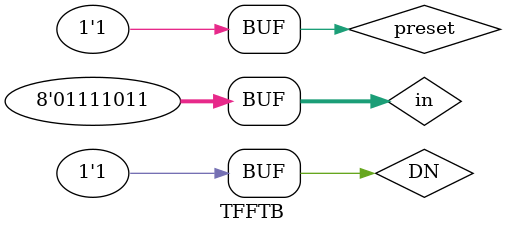
<source format=v>
`timescale 1ps/1ps
module TFFTB();
	wire RO_clk,divided_clk;
	reg DN,preset;
	reg [7:0]in;
	wire[7:0]out;

	TFF1 FFTB(out[0], in[3], in[2], in[1], in[0], RO_clk, in[7], in[6], in[5], in[4], preset, out[2],
				out[1], out[3], out[4], out[5], out[6], out[7], divided_clk);
	ring_oscillator #(2000,5)ringosc(RO_clk,1'b1);

	initial begin
		#0 {in[7],in[6],in[5],in[4],in[3],in[2],in[1],in[0]}=8'd151;
		#0 {preset,DN}=2'b01;
		#10000 preset = 1'b1;
		#2500000 {in[7],in[6],in[5],in[4],in[3],in[2],in[1],in[0]} = 8'd100;
		#0 {preset,DN}=2'b01;
		#10000 preset = 1'b1;
		#2500000 {in[7],in[6],in[5],in[4],in[3],in[2],in[1],in[0]} = 8'd123;
		#0 {preset,DN}=2'b01;
		#10000 preset = 1'b1;
	end
endmodule

</source>
